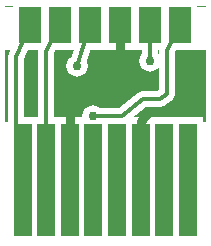
<source format=gbl>
G04*
G04 Format:               Gerber RS-274X*
G04 Export Settings:      (default)*
G04 Layer:                BottomCopper*
G04 This File Name:       wii_to_snesmultiout.gbl*
G04 Source File Name:     wii_to_snesmultiout.rrb*
G04 Unique ID:            a9f98a6f-7b16-41eb-b503-fa8c6335f000*
G04 Generated Date:       Tuesday, 10 July 2018 14:25:27*
G04*
G04 Created Using:        Robot Room Copper Connection v3.0.5875*
G04 Software Contact:     http://www.robotroom.com/CopperConnection/Support.aspx*
G04 License Number:       1880*
G04*
G04 Zero Suppression:     Leading*
G04 Number Precision:     2.4*
G04*
%FSLAX24Y24*%
%MOIN*%
%LNBottomCopper*%
%ADD10C,.0118*%
%ADD11C,.012*%
%ADD12C,.0295*%
%ADD13C,.03*%
%ADD14C,.0543*%
%ADD15C,.0545*%
%ADD16C,.072*%
%ADD17R,.006X.006*%
%ADD18R,.007X.007*%
%ADD19R,.0591X.378*%
%ADD20R,.075X.1213*%
%ADD21R,.0907X.137*%
%ADD22R,.1016X.4205*%
%ADD23R,.1175X.1638*%
G36*
G01X-841Y647D02*
X5852D01*
Y-7168D01*
X-841D01*
Y647D01*
G37*
%LPC*%
G36*
X-846Y607D02*
X5846D01*
Y-820D01*
X-846D01*
Y607D01*
G37*
G36*
X-846Y-3231D02*
X5846D01*
Y-7168D01*
X-846D01*
Y-3231D01*
G37*
D14*
X-256Y-5170D02*
X-486Y-3382D01*
Y-1075D02*
X0Y0D01*
X531Y-5170D02*
Y-847D01*
X1000Y0D01*
X-486Y-3382D02*
Y-1075D01*
D15*
X5000Y0D02*
X4548Y-820D01*
X4000Y-1213D02*
Y0D01*
X2000D02*
X1565Y-1371D01*
X4548Y-820D02*
Y-2288D01*
X3061Y-3044D02*
X2106D01*
X4321Y-2475D02*
X3762Y-2471D01*
X3061Y-3044D01*
X4548Y-2288D02*
X4321Y-2475D01*
D16*
X2106Y-3044D03*
X4000Y-1213D03*
X1565Y-1371D03*
D22*
X-256Y-5170D03*
X531D03*
X1319D03*
X2106D03*
X2894D03*
X3681D03*
X4469D03*
X5256D03*
D23*
X4000Y0D03*
X5000D03*
D21*
X2000Y0D03*
D23*
X3000Y0D03*
X0D03*
X1000D03*
%LPD*%
D10*
X-256Y-5170D02*
X-486Y-3382D01*
Y-1075D02*
X0Y0D01*
X531Y-5170D02*
Y-847D01*
X1000Y0D01*
X-486Y-3382D02*
Y-1075D01*
D11*
X5000Y0D02*
X4548Y-820D01*
X4000Y-1213D02*
Y0D01*
X2000D02*
X1565Y-1371D01*
X4548Y-820D02*
Y-2288D01*
X3061Y-3044D02*
X2106D01*
X4321Y-2475D02*
X3762Y-2471D01*
X3061Y-3044D01*
X4548Y-2288D02*
X4321Y-2475D01*
D12*
X2106Y-3044D03*
X4000Y-1213D03*
X1565Y-1371D03*
X1319Y-2837D03*
D03*
X5108Y-2788D03*
X3337Y-1164D03*
X5108Y-2788D03*
X39Y-2837D03*
X4983Y-1263D03*
X4117Y-1952D03*
D13*
X3000Y0D02*
Y-994D01*
X1319Y-5170D02*
Y-2837D01*
X3681Y-5170D02*
Y-3182D01*
X3886Y-2948D01*
D19*
X-256Y-5170D03*
X531D03*
X1319D03*
X2106D03*
X2894D03*
X3681D03*
X4469D03*
X5256D03*
D20*
X4000Y0D03*
X5000D03*
X2000D03*
X3000D03*
X0D03*
X1000D03*
M02*

</source>
